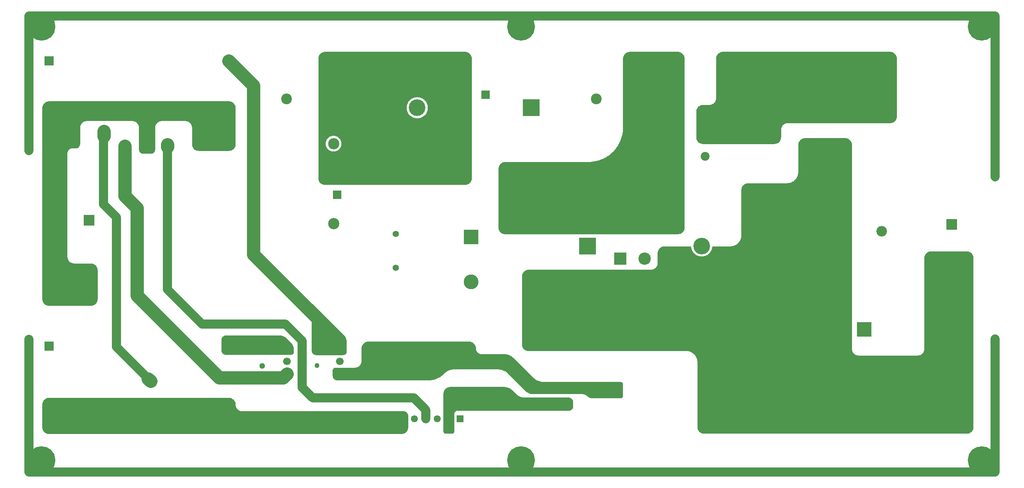
<source format=gbl>
G04*
G04 #@! TF.GenerationSoftware,Altium Limited,Altium Designer,19.1.5 (86)*
G04*
G04 Layer_Physical_Order=2*
G04 Layer_Color=16711680*
%FSLAX25Y25*%
%MOIN*%
G70*
G01*
G75*
%ADD43C,0.10827*%
%ADD44R,0.10827X0.10827*%
%ADD45C,0.14567*%
%ADD46R,0.14567X0.14567*%
%ADD58C,0.03937*%
%ADD59C,0.11811*%
%ADD61C,0.07874*%
%ADD64C,0.12992*%
%ADD65R,0.12992X0.12992*%
%ADD66C,0.06102*%
%ADD67R,0.06102X0.06102*%
%ADD68C,0.09449*%
%ADD69R,0.09449X0.09449*%
%ADD70C,0.07874*%
%ADD71R,0.07874X0.07874*%
%ADD72C,0.19685*%
%ADD73C,0.06693*%
%ADD74R,0.06693X0.06693*%
%ADD75R,0.12992X0.12992*%
%ADD76C,0.05118*%
%ADD77C,0.07795*%
%ADD78R,0.07795X0.07795*%
%ADD79R,0.07795X0.07795*%
%ADD80C,0.09843*%
%ADD81C,0.09252*%
%ADD82C,0.05512*%
%ADD83C,0.04331*%
%ADD84C,0.04724*%
%ADD85C,0.05787*%
%ADD86C,0.19685*%
G36*
X390000Y375984D02*
X390232Y375984D01*
X390695Y375948D01*
X391153Y375875D01*
X391604Y375767D01*
X392045Y375623D01*
X392474Y375446D01*
X392888Y375235D01*
X393283Y374993D01*
X393659Y374720D01*
X394012Y374419D01*
X394340Y374091D01*
X394641Y373738D01*
X394914Y373362D01*
X395157Y372967D01*
X395367Y372553D01*
X395545Y372124D01*
X395688Y371683D01*
X395796Y371232D01*
X395869Y370773D01*
X395905Y370311D01*
X395905Y370079D01*
X395905Y265354D01*
X395905Y265354D01*
X395905Y265122D01*
X395869Y264660D01*
X395796Y264201D01*
X395688Y263750D01*
X395545Y263309D01*
X395367Y262880D01*
X395157Y262467D01*
X394914Y262071D01*
X394641Y261695D01*
X394340Y261343D01*
X394012Y261014D01*
X393659Y260713D01*
X393283Y260440D01*
X392888Y260198D01*
X392474Y259987D01*
X392046Y259809D01*
X391604Y259666D01*
X391153Y259558D01*
X390695Y259485D01*
X390232Y259449D01*
X390000Y259449D01*
X267323Y259449D01*
X267091Y259449D01*
X266628Y259485D01*
X266170Y259558D01*
X265719Y259666D01*
X265277Y259809D01*
X264848Y259987D01*
X264435Y260198D01*
X264039Y260440D01*
X263664Y260713D01*
X263311Y261014D01*
X262983Y261343D01*
X262682Y261695D01*
X262409Y262071D01*
X262166Y262467D01*
X261956Y262880D01*
X261778Y263309D01*
X261635Y263750D01*
X261526Y264201D01*
X261454Y264660D01*
X261417Y265122D01*
X261417Y265354D01*
X261417Y370079D01*
X261417Y370079D01*
X261438Y370570D01*
X261454Y370773D01*
X261526Y371232D01*
X261634Y371683D01*
X261778Y372124D01*
X261955Y372553D01*
X262166Y372967D01*
X262409Y373362D01*
X262681Y373738D01*
X262983Y374091D01*
X263311Y374419D01*
X263664Y374720D01*
X264039Y374993D01*
X264435Y375235D01*
X264848Y375446D01*
X265277Y375623D01*
X265719Y375767D01*
X266170Y375875D01*
X266628Y375948D01*
X267091Y375984D01*
X267323Y375984D01*
X390000Y375984D01*
Y375984D01*
D02*
G37*
G36*
X615748Y375985D02*
X762283Y375984D01*
X762283Y375984D01*
X762283Y375984D01*
X762515Y375984D01*
X762978Y375948D01*
X763436Y375875D01*
X763888Y375767D01*
X764329Y375624D01*
X764758Y375446D01*
X765171Y375235D01*
X765567Y374993D01*
X765942Y374720D01*
X766295Y374419D01*
X766623Y374091D01*
X766925Y373738D01*
X767198Y373362D01*
X767440Y372967D01*
X767651Y372553D01*
X767828Y372124D01*
X767972Y371683D01*
X768080Y371232D01*
X768153Y370773D01*
X768189Y370311D01*
X768189Y370079D01*
X768189Y319409D01*
X768189Y319409D01*
Y319177D01*
X768153Y318715D01*
X768080Y318256D01*
X767972Y317805D01*
X767828Y317364D01*
X767651Y316935D01*
X767440Y316522D01*
X767197Y316126D01*
X766925Y315751D01*
X766623Y315398D01*
X766295Y315070D01*
X765942Y314768D01*
X765567Y314495D01*
X765171Y314253D01*
X764758Y314042D01*
X764329Y313865D01*
X763888Y313721D01*
X763437Y313613D01*
X762978Y313540D01*
X762515Y313504D01*
X672677D01*
X672677Y313504D01*
X672445Y313499D01*
X671982Y313463D01*
X671524Y313390D01*
X671072Y313282D01*
X670631Y313139D01*
X670201Y312961D01*
X669788Y312750D01*
X669392Y312507D01*
X669016Y312234D01*
X668663Y311933D01*
X668335Y311605D01*
X668033Y311251D01*
X667761Y310876D01*
X667518Y310480D01*
X667307Y310066D01*
X667129Y309637D01*
X666986Y309196D01*
X666878Y308744D01*
X666805Y308286D01*
X666768Y307823D01*
X666764Y307591D01*
X666764Y301173D01*
X666764Y301173D01*
X666764Y300940D01*
X666727Y300475D01*
X666654Y300014D01*
X666545Y299560D01*
X666401Y299117D01*
X666223Y298686D01*
X666011Y298270D01*
X665767Y297872D01*
X665493Y297495D01*
X665190Y297140D01*
X664860Y296810D01*
X664505Y296507D01*
X664128Y296233D01*
X663730Y295989D01*
X663314Y295777D01*
X662883Y295599D01*
X662440Y295455D01*
X661986Y295346D01*
X661525Y295273D01*
X661060Y295236D01*
X660827D01*
X598386Y295236D01*
X598154Y295236D01*
X597691Y295273D01*
X597233Y295345D01*
X596782Y295454D01*
X596340Y295597D01*
X595912Y295775D01*
X595498Y295985D01*
X595102Y296228D01*
X594727Y296500D01*
X594374Y296802D01*
X594046Y297130D01*
X593745Y297483D01*
X593472Y297858D01*
X593229Y298254D01*
X593019Y298667D01*
X592841Y299096D01*
X592698Y299537D01*
X592589Y299989D01*
X592517Y300447D01*
X592480Y300910D01*
X592480Y323575D01*
X592480Y323622D01*
X592480Y323622D01*
X592480Y323622D01*
X592480Y323854D01*
X592517Y324317D01*
X592589Y324775D01*
X592697Y325226D01*
X592841Y325668D01*
X593018Y326096D01*
X593229Y326510D01*
X593472Y326905D01*
X593744Y327281D01*
X594046Y327634D01*
X594374Y327962D01*
X594727Y328263D01*
X595102Y328536D01*
X595498Y328779D01*
X595911Y328989D01*
X596340Y329167D01*
X596781Y329310D01*
X597233Y329419D01*
X597691Y329491D01*
X598154Y329527D01*
X598386Y329527D01*
X603937D01*
X604169Y329532D01*
X604631Y329568D01*
X605089Y329641D01*
X605540Y329749D01*
X605981Y329892D01*
X606409Y330070D01*
X606823Y330280D01*
X607218Y330523D01*
X607593Y330795D01*
X607946Y331096D01*
X608274Y331424D01*
X608575Y331777D01*
X608847Y332152D01*
X609090Y332547D01*
X609300Y332961D01*
X609478Y333389D01*
X609621Y333830D01*
X609729Y334281D01*
X609802Y334739D01*
X609838Y335201D01*
X609842Y335433D01*
X609842Y370031D01*
X609842Y370079D01*
X609842Y370079D01*
X609842Y370079D01*
X609842Y370311D01*
X609879Y370773D01*
X609951Y371232D01*
X610060Y371683D01*
X610203Y372124D01*
X610381Y372553D01*
X610591Y372967D01*
X610834Y373362D01*
X611107Y373738D01*
X611408Y374091D01*
X611736Y374419D01*
X612089Y374720D01*
X612465Y374993D01*
X612860Y375236D01*
X613274Y375446D01*
X613703Y375624D01*
X614144Y375767D01*
X614595Y375876D01*
X615054Y375948D01*
X615516Y375985D01*
X615748Y375985D01*
D02*
G37*
G36*
X722953Y300354D02*
X722953Y300354D01*
X723185Y300354D01*
X723647Y300318D01*
X724106Y300245D01*
X724557Y300137D01*
X724998Y299994D01*
X725427Y299816D01*
X725841Y299605D01*
X726236Y299363D01*
X726612Y299090D01*
X726965Y298789D01*
X727293Y298461D01*
X727594Y298108D01*
X727867Y297732D01*
X728109Y297337D01*
X728320Y296923D01*
X728498Y296494D01*
X728641Y296053D01*
X728749Y295602D01*
X728822Y295144D01*
X728858Y294681D01*
X728858Y294449D01*
X728858Y115787D01*
X728863Y115556D01*
X728899Y115093D01*
X728972Y114635D01*
X729080Y114184D01*
X729223Y113743D01*
X729401Y113315D01*
X729611Y112902D01*
X729853Y112506D01*
X730126Y112131D01*
X730427Y111779D01*
X730755Y111451D01*
X731108Y111150D01*
X731483Y110877D01*
X731878Y110635D01*
X732291Y110424D01*
X732720Y110247D01*
X733161Y110104D01*
X733612Y109995D01*
X734070Y109923D01*
X734532Y109886D01*
X734764Y109882D01*
X786331Y109882D01*
X786378Y109882D01*
X786378Y109882D01*
X786378Y109882D01*
X786610Y109886D01*
X787072Y109923D01*
X787530Y109995D01*
X787981Y110104D01*
X788422Y110247D01*
X788850Y110424D01*
X789263Y110635D01*
X789659Y110877D01*
X790034Y111150D01*
X790387Y111451D01*
X790715Y111779D01*
X791016Y112131D01*
X791288Y112506D01*
X791531Y112902D01*
X791741Y113315D01*
X791918Y113743D01*
X792062Y114184D01*
X792170Y114635D01*
X792242Y115093D01*
X792279Y115556D01*
X792283Y115787D01*
X792283Y195275D01*
X792283Y195275D01*
X792283Y195275D01*
X792283Y195508D01*
X792320Y195970D01*
X792392Y196429D01*
X792501Y196880D01*
X792644Y197321D01*
X792822Y197750D01*
X793032Y198163D01*
X793275Y198559D01*
X793548Y198934D01*
X793849Y199287D01*
X794177Y199616D01*
X794530Y199917D01*
X794905Y200190D01*
X795301Y200432D01*
X795715Y200643D01*
X796143Y200820D01*
X796585Y200964D01*
X797036Y201072D01*
X797494Y201145D01*
X797957Y201181D01*
X798189Y201181D01*
X829449Y201181D01*
X829449Y201181D01*
X829449Y201181D01*
X829681Y201181D01*
X830143Y201145D01*
X830602Y201072D01*
X831053Y200964D01*
X831494Y200820D01*
X831923Y200643D01*
X832337Y200432D01*
X832732Y200190D01*
X833108Y199917D01*
X833461Y199616D01*
X833789Y199287D01*
X834090Y198934D01*
X834363Y198559D01*
X834605Y198163D01*
X834816Y197750D01*
X834993Y197321D01*
X835137Y196880D01*
X835245Y196429D01*
X835318Y195970D01*
X835354Y195508D01*
X835354Y195276D01*
X835353Y47243D01*
X835353Y47243D01*
X835353Y47011D01*
X835317Y46548D01*
X835244Y46090D01*
X835136Y45639D01*
X834992Y45198D01*
X834815Y44769D01*
X834604Y44356D01*
X834362Y43960D01*
X834089Y43585D01*
X833788Y43232D01*
X833460Y42904D01*
X833107Y42603D01*
X832732Y42330D01*
X832336Y42087D01*
X831923Y41877D01*
X831494Y41699D01*
X831053Y41556D01*
X830602Y41447D01*
X830143Y41375D01*
X829681Y41339D01*
X829449Y41339D01*
X599409Y41339D01*
X599177D01*
X598714Y41375D01*
X598256Y41448D01*
X597805Y41556D01*
X597364Y41699D01*
X596935Y41877D01*
X596521Y42088D01*
X596126Y42330D01*
X595750Y42603D01*
X595397Y42904D01*
X595069Y43232D01*
X594768Y43585D01*
X594495Y43961D01*
X594253Y44356D01*
X594042Y44770D01*
X593864Y45199D01*
X593721Y45640D01*
X593613Y46091D01*
X593540Y46549D01*
X593504Y47012D01*
X593504Y47244D01*
X593504Y103937D01*
X593504D01*
X593504Y103937D01*
X593500Y104213D01*
X593469Y104764D01*
X593407Y105313D01*
X593315Y105857D01*
X593192Y106395D01*
X593039Y106926D01*
X592857Y107447D01*
X592646Y107957D01*
X592406Y108455D01*
X592139Y108938D01*
X591845Y109405D01*
X591526Y109856D01*
X591182Y110287D01*
X590814Y110699D01*
X590423Y111089D01*
X590012Y111457D01*
X589580Y111801D01*
X589130Y112121D01*
X588662Y112415D01*
X588179Y112682D01*
X587682Y112921D01*
X587172Y113133D01*
X586650Y113315D01*
X586120Y113468D01*
X585582Y113591D01*
X585037Y113683D01*
X584489Y113745D01*
X583938Y113776D01*
X583661Y113779D01*
X445709Y113779D01*
X445477Y113779D01*
X445014Y113816D01*
X444556Y113888D01*
X444104Y113997D01*
X443663Y114140D01*
X443234Y114318D01*
X442821Y114528D01*
X442425Y114771D01*
X442050Y115044D01*
X441697Y115345D01*
X441369Y115673D01*
X441067Y116026D01*
X440794Y116402D01*
X440552Y116797D01*
X440341Y117211D01*
X440164Y117640D01*
X440020Y118081D01*
X439912Y118532D01*
X439839Y118991D01*
X439803Y119453D01*
X439803Y119685D01*
X439803Y179087D01*
X439803Y179134D01*
X439803Y179134D01*
X439803Y179134D01*
X439803Y179134D01*
X439803Y179366D01*
X439840Y179829D01*
X439912Y180287D01*
X440020Y180738D01*
X440164Y181179D01*
X440341Y181608D01*
X440552Y182022D01*
X440794Y182417D01*
X441067Y182793D01*
X441368Y183146D01*
X441697Y183474D01*
X442050Y183775D01*
X442425Y184048D01*
X442821Y184291D01*
X443234Y184501D01*
X443663Y184679D01*
X444104Y184822D01*
X444556Y184930D01*
X445014Y185003D01*
X445476Y185039D01*
X445709Y185039D01*
X552709Y185039D01*
X552756Y185039D01*
X552756Y185039D01*
X552756Y185039D01*
X552988Y185044D01*
X553450Y185080D01*
X553908Y185153D01*
X554359Y185261D01*
X554800Y185404D01*
X555228Y185582D01*
X555642Y185792D01*
X556037Y186035D01*
X556412Y186307D01*
X556765Y186608D01*
X557093Y186936D01*
X557394Y187289D01*
X557666Y187664D01*
X557909Y188059D01*
X558119Y188472D01*
X558297Y188901D01*
X558440Y189342D01*
X558548Y189793D01*
X558621Y190251D01*
X558657Y190713D01*
X558661Y190945D01*
X558661Y199559D01*
X558661Y199606D01*
X558662Y199606D01*
X558661Y199606D01*
X558661Y199606D01*
X558661Y199838D01*
X558698Y200301D01*
X558770Y200759D01*
X558879Y201211D01*
X559022Y201652D01*
X559200Y202081D01*
X559410Y202494D01*
X559653Y202890D01*
X559926Y203265D01*
X560227Y203618D01*
X560555Y203946D01*
X560908Y204248D01*
X561283Y204521D01*
X561679Y204763D01*
X562092Y204974D01*
X562521Y205151D01*
X562963Y205295D01*
X563414Y205403D01*
X563872Y205475D01*
X564335Y205512D01*
X564567Y205512D01*
X588000Y205512D01*
X588007Y205300D01*
X588066Y204697D01*
X588165Y204100D01*
X588303Y203510D01*
X588478Y202930D01*
X588692Y202363D01*
X588942Y201811D01*
X589227Y201277D01*
X589547Y200763D01*
X589900Y200270D01*
X590284Y199802D01*
X590698Y199360D01*
X591141Y198946D01*
X591609Y198562D01*
X592101Y198209D01*
X592616Y197889D01*
X593150Y197603D01*
X593702Y197353D01*
X594269Y197140D01*
X594848Y196964D01*
X595438Y196827D01*
X596036Y196728D01*
X596639Y196668D01*
X597244Y196649D01*
X597850Y196668D01*
X598452Y196728D01*
X599050Y196827D01*
X599640Y196964D01*
X600220Y197140D01*
X600787Y197353D01*
X601338Y197603D01*
X601872Y197889D01*
X602387Y198209D01*
X602879Y198562D01*
X603348Y198946D01*
X603790Y199360D01*
X604204Y199802D01*
X604588Y200270D01*
X604941Y200763D01*
X605261Y201277D01*
X605546Y201811D01*
X605796Y202363D01*
X606010Y202930D01*
X606186Y203510D01*
X606323Y204100D01*
X606422Y204697D01*
X606481Y205300D01*
X606488Y205512D01*
X622079Y205512D01*
X622126Y205512D01*
X622126Y205512D01*
X622126Y205512D01*
X622402Y205516D01*
X622953Y205547D01*
X623502Y205608D01*
X624046Y205701D01*
X624584Y205824D01*
X625115Y205977D01*
X625636Y206159D01*
X626146Y206370D01*
X626644Y206610D01*
X627127Y206877D01*
X627594Y207170D01*
X628045Y207490D01*
X628476Y207834D01*
X628888Y208202D01*
X629278Y208592D01*
X629646Y209004D01*
X629990Y209436D01*
X630310Y209886D01*
X630604Y210353D01*
X630871Y210837D01*
X631110Y211334D01*
X631321Y211844D01*
X631504Y212365D01*
X631657Y212896D01*
X631779Y213434D01*
X631872Y213978D01*
X631934Y214527D01*
X631965Y215078D01*
X631968Y215354D01*
X631968Y254914D01*
X631968Y254961D01*
X631968Y254961D01*
X631968Y254961D01*
X631968Y255194D01*
X632005Y255660D01*
X632078Y256122D01*
X632187Y256576D01*
X632332Y257020D01*
X632510Y257452D01*
X632722Y257868D01*
X632967Y258267D01*
X633241Y258645D01*
X633545Y259000D01*
X633875Y259330D01*
X634230Y259634D01*
X634608Y259908D01*
X635007Y260153D01*
X635423Y260365D01*
X635855Y260543D01*
X636299Y260688D01*
X636753Y260797D01*
X637215Y260870D01*
X637681Y260906D01*
X637914Y260906D01*
X671968Y260905D01*
X672244Y260909D01*
X672795Y260940D01*
X673344Y261002D01*
X673888Y261094D01*
X674427Y261217D01*
X674957Y261370D01*
X675478Y261552D01*
X675988Y261764D01*
X676486Y262003D01*
X676969Y262270D01*
X677436Y262564D01*
X677887Y262883D01*
X678319Y263228D01*
X678730Y263595D01*
X679121Y263986D01*
X679489Y264397D01*
X679833Y264829D01*
X680152Y265279D01*
X680446Y265747D01*
X680713Y266230D01*
X680953Y266727D01*
X681164Y267238D01*
X681346Y267759D01*
X681499Y268289D01*
X681622Y268828D01*
X681714Y269372D01*
X681776Y269920D01*
X681807Y270472D01*
X681811Y270748D01*
X681811Y294323D01*
X681811Y294370D01*
X681811Y294370D01*
X681811Y294370D01*
X681811Y294605D01*
X681848Y295074D01*
X681921Y295538D01*
X682031Y295996D01*
X682176Y296443D01*
X682356Y296877D01*
X682570Y297296D01*
X682816Y297697D01*
X683092Y298078D01*
X683397Y298435D01*
X683730Y298768D01*
X684088Y299073D01*
X684468Y299350D01*
X684869Y299595D01*
X685288Y299809D01*
X685722Y299989D01*
X686170Y300134D01*
X686627Y300244D01*
X687091Y300318D01*
X687560Y300354D01*
X687795Y300354D01*
X722953Y300354D01*
X722953Y300354D01*
D02*
G37*
G36*
X25591Y332677D02*
X183071Y332677D01*
X183071Y332677D01*
X183071Y332677D01*
X183303Y332677D01*
X183765Y332641D01*
X184224Y332568D01*
X184675Y332460D01*
X185116Y332316D01*
X185545Y332139D01*
X185959Y331928D01*
X186354Y331686D01*
X186730Y331413D01*
X187083Y331112D01*
X187411Y330784D01*
X187712Y330431D01*
X187985Y330055D01*
X188227Y329660D01*
X188438Y329246D01*
X188616Y328817D01*
X188759Y328376D01*
X188867Y327925D01*
X188940Y327466D01*
X188976Y327004D01*
X188976Y326772D01*
X188976Y295118D01*
X188976Y295118D01*
X188976Y294886D01*
X188940Y294423D01*
X188867Y293965D01*
X188759Y293514D01*
X188615Y293072D01*
X188438Y292644D01*
X188227Y292230D01*
X187985Y291834D01*
X187712Y291459D01*
X187411Y291106D01*
X187083Y290778D01*
X186730Y290477D01*
X186354Y290204D01*
X185959Y289962D01*
X185545Y289751D01*
X185116Y289573D01*
X184675Y289430D01*
X184224Y289322D01*
X183765Y289249D01*
X183303Y289213D01*
X183071Y289213D01*
X156654Y289213D01*
X156423Y289213D01*
X155963Y289249D01*
X155508Y289321D01*
X155060Y289428D01*
X154621Y289571D01*
X154196Y289747D01*
X153785Y289957D01*
X153392Y290197D01*
X153019Y290468D01*
X152668Y290768D01*
X152342Y291094D01*
X152043Y291444D01*
X151772Y291817D01*
X151531Y292210D01*
X151322Y292621D01*
X151146Y293047D01*
X151003Y293485D01*
X150896Y293933D01*
X150823Y294389D01*
X150787Y294848D01*
X150787Y295079D01*
X150787Y309409D01*
X150787Y309409D01*
X150787Y309410D01*
X150783Y309643D01*
X150746Y310108D01*
X150673Y310569D01*
X150564Y311023D01*
X150420Y311467D01*
X150241Y311898D01*
X150029Y312314D01*
X149785Y312712D01*
X149511Y313090D01*
X149208Y313445D01*
X148878Y313775D01*
X148523Y314078D01*
X148145Y314352D01*
X147747Y314596D01*
X147331Y314808D01*
X146900Y314987D01*
X146456Y315131D01*
X146002Y315240D01*
X145541Y315313D01*
X145076Y315350D01*
X144843Y315354D01*
X124409D01*
X124409Y315354D01*
X124177Y315349D01*
X123715Y315313D01*
X123257Y315241D01*
X122806Y315132D01*
X122365Y314989D01*
X121937Y314811D01*
X121524Y314601D01*
X121128Y314359D01*
X120753Y314086D01*
X120401Y313785D01*
X120073Y313457D01*
X119772Y313105D01*
X119499Y312730D01*
X119257Y312334D01*
X119046Y311921D01*
X118869Y311493D01*
X118726Y311052D01*
X118617Y310601D01*
X118545Y310143D01*
X118509Y309681D01*
X118504Y309449D01*
Y290551D01*
X118504Y290551D01*
Y290358D01*
X118466Y289973D01*
X118390Y289593D01*
X118278Y289223D01*
X118130Y288866D01*
X117948Y288525D01*
X117733Y288203D01*
X117487Y287904D01*
X117214Y287631D01*
X116915Y287385D01*
X116593Y287170D01*
X116252Y286988D01*
X115895Y286840D01*
X115525Y286727D01*
X115145Y286652D01*
X114760Y286614D01*
X108268Y286614D01*
X108074Y286614D01*
X107689Y286652D01*
X107310Y286728D01*
X106940Y286840D01*
X106582Y286988D01*
X106241Y287170D01*
X105920Y287385D01*
X105621Y287631D01*
X105347Y287904D01*
X105102Y288203D01*
X104887Y288525D01*
X104704Y288866D01*
X104556Y289223D01*
X104444Y289593D01*
X104369Y289973D01*
X104331Y290358D01*
Y309449D01*
X104331Y309449D01*
X104331Y309449D01*
X104326Y309681D01*
X104290Y310143D01*
X104217Y310601D01*
X104109Y311052D01*
X103966Y311493D01*
X103788Y311921D01*
X103578Y312334D01*
X103335Y312730D01*
X103063Y313105D01*
X102762Y313457D01*
X102434Y313785D01*
X102081Y314087D01*
X101706Y314359D01*
X101311Y314601D01*
X100898Y314812D01*
X100469Y314989D01*
X100028Y315133D01*
X99577Y315241D01*
X99119Y315313D01*
X98657Y315350D01*
X98425Y315354D01*
X58701Y315354D01*
X58701Y315354D01*
X58467Y315350D01*
X58002Y315313D01*
X57541Y315240D01*
X57087Y315131D01*
X56643Y314987D01*
X56212Y314808D01*
X55796Y314596D01*
X55398Y314352D01*
X55020Y314078D01*
X54665Y313775D01*
X54335Y313445D01*
X54032Y313090D01*
X53758Y312712D01*
X53514Y312314D01*
X53302Y311898D01*
X53123Y311467D01*
X52979Y311023D01*
X52870Y310569D01*
X52797Y310108D01*
X52760Y309643D01*
X52756Y309409D01*
Y295354D01*
X52756Y295354D01*
X52756Y295157D01*
X52717Y294764D01*
X52640Y294377D01*
X52526Y294000D01*
X52375Y293635D01*
X52189Y293287D01*
X51969Y292959D01*
X51719Y292654D01*
X51440Y292375D01*
X51135Y292125D01*
X50807Y291906D01*
X50459Y291720D01*
X50095Y291569D01*
X49717Y291454D01*
X49330Y291377D01*
X48937Y291339D01*
X48740Y291339D01*
X45669Y291339D01*
X45669Y291339D01*
X45476Y291334D01*
X45092Y291296D01*
X44713Y291221D01*
X44343Y291108D01*
X43986Y290961D01*
X43645Y290778D01*
X43324Y290564D01*
X43025Y290319D01*
X42752Y290045D01*
X42507Y289747D01*
X42292Y289426D01*
X42110Y289085D01*
X41962Y288728D01*
X41850Y288358D01*
X41775Y287979D01*
X41737Y287595D01*
X41732Y287402D01*
Y196457D01*
X41737Y196225D01*
X41773Y195763D01*
X41846Y195305D01*
X41954Y194854D01*
X42097Y194413D01*
X42275Y193984D01*
X42485Y193571D01*
X42728Y193176D01*
X43000Y192801D01*
X43301Y192448D01*
X43629Y192120D01*
X43982Y191819D01*
X44357Y191546D01*
X44752Y191304D01*
X45165Y191094D01*
X45594Y190916D01*
X46035Y190773D01*
X46486Y190665D01*
X46944Y190592D01*
X47406Y190556D01*
X47638Y190551D01*
X62165Y190551D01*
X62165Y190551D01*
X62165Y190551D01*
X62399Y190551D01*
X62865Y190515D01*
X63326Y190441D01*
X63780Y190332D01*
X64224Y190188D01*
X64656Y190009D01*
X65072Y189797D01*
X65471Y189553D01*
X65849Y189278D01*
X66204Y188975D01*
X66534Y188645D01*
X66838Y188290D01*
X67112Y187912D01*
X67356Y187513D01*
X67568Y187097D01*
X67747Y186665D01*
X67891Y186221D01*
X68001Y185767D01*
X68073Y185306D01*
X68110Y184840D01*
X68110Y184606D01*
X68110Y159449D01*
X68110Y159449D01*
X68110Y159214D01*
X68073Y158745D01*
X68000Y158280D01*
X67890Y157823D01*
X67745Y157376D01*
X67565Y156941D01*
X67351Y156523D01*
X67106Y156122D01*
X66829Y155741D01*
X66524Y155384D01*
X66191Y155051D01*
X65834Y154746D01*
X65453Y154469D01*
X65052Y154224D01*
X64633Y154010D01*
X64199Y153830D01*
X63752Y153685D01*
X63294Y153575D01*
X62830Y153501D01*
X62361Y153464D01*
X25591D01*
X25358Y153464D01*
X24896Y153501D01*
X24438Y153574D01*
X23986Y153682D01*
X23545Y153825D01*
X23116Y154003D01*
X22703Y154214D01*
X22307Y154456D01*
X21932Y154729D01*
X21579Y155030D01*
X21251Y155358D01*
X20949Y155711D01*
X20676Y156087D01*
X20434Y156482D01*
X20223Y156896D01*
X20046Y157325D01*
X19902Y157766D01*
X19794Y158217D01*
X19721Y158675D01*
X19685Y159138D01*
X19685Y159370D01*
X19685Y326725D01*
X19685Y326771D01*
X19685Y326771D01*
Y326772D01*
X19685Y326772D01*
X19685Y327004D01*
X19721Y327466D01*
X19794Y327925D01*
X19902Y328376D01*
X20046Y328817D01*
X20223Y329246D01*
X20434Y329660D01*
X20676Y330055D01*
X20949Y330431D01*
X21250Y330784D01*
X21579Y331112D01*
X21931Y331413D01*
X22307Y331686D01*
X22703Y331928D01*
X23116Y332139D01*
X23545Y332317D01*
X23986Y332460D01*
X24438Y332568D01*
X24896Y332641D01*
X25359Y332677D01*
X25591Y332677D01*
D02*
G37*
G36*
X577073Y375948D02*
X577531Y375875D01*
X577982Y375767D01*
X578424Y375623D01*
X578852Y375446D01*
X579266Y375235D01*
X579661Y374993D01*
X580037Y374720D01*
X580390Y374419D01*
X580718Y374090D01*
X581019Y373738D01*
X581292Y373362D01*
X581534Y372966D01*
X581745Y372553D01*
X581923Y372124D01*
X582066Y371683D01*
X582174Y371232D01*
X582247Y370773D01*
X582283Y370311D01*
X582283Y370079D01*
X582283Y370079D01*
X582283Y370078D01*
X582283Y222047D01*
X582283Y221815D01*
X582247Y221353D01*
X582174Y220894D01*
X582066Y220443D01*
X581923Y220002D01*
X581745Y219573D01*
X581534Y219159D01*
X581292Y218764D01*
X581019Y218388D01*
X580718Y218035D01*
X580390Y217707D01*
X580037Y217406D01*
X579661Y217133D01*
X579266Y216891D01*
X578852Y216680D01*
X578424Y216502D01*
X577982Y216359D01*
X577531Y216251D01*
X577073Y216178D01*
X576610Y216142D01*
X576378Y216142D01*
X576378Y216142D01*
X576378Y216142D01*
X425197Y216142D01*
X424965Y216142D01*
X424502Y216178D01*
X424044Y216251D01*
X423593Y216359D01*
X423151Y216502D01*
X422722Y216680D01*
X422309Y216891D01*
X421913Y217133D01*
X421538Y217406D01*
X421185Y217707D01*
X420857Y218035D01*
X420555Y218388D01*
X420283Y218764D01*
X420040Y219159D01*
X419830Y219573D01*
X419652Y220002D01*
X419509Y220443D01*
X419400Y220894D01*
X419328Y221353D01*
X419291Y221815D01*
X419291Y222047D01*
X419291Y273622D01*
Y273854D01*
X419328Y274317D01*
X419400Y274775D01*
X419509Y275226D01*
X419652Y275668D01*
X419830Y276096D01*
X420040Y276510D01*
X420283Y276905D01*
X420556Y277281D01*
X420857Y277634D01*
X421185Y277962D01*
X421538Y278263D01*
X421913Y278536D01*
X422309Y278779D01*
X422722Y278989D01*
X423151Y279167D01*
X423593Y279310D01*
X424044Y279418D01*
X424502Y279491D01*
X424965Y279528D01*
X425197D01*
X425197Y279528D01*
X498149Y279527D01*
X498689Y279532D01*
X499766Y279571D01*
X500841Y279648D01*
X501913Y279763D01*
X502980Y279916D01*
X504041Y280108D01*
X505094Y280337D01*
X506139Y280604D01*
X507173Y280907D01*
X508196Y281248D01*
X509206Y281624D01*
X510202Y282037D01*
X511182Y282485D01*
X512146Y282967D01*
X513092Y283484D01*
X514019Y284034D01*
X514926Y284617D01*
X515811Y285231D01*
X516675Y285877D01*
X517514Y286554D01*
X518329Y287260D01*
X519117Y287994D01*
X519880Y288756D01*
X520614Y289545D01*
X521320Y290360D01*
X521997Y291199D01*
X522643Y292062D01*
X523257Y292948D01*
X523840Y293855D01*
X524390Y294782D01*
X524907Y295728D01*
X525389Y296692D01*
X525837Y297672D01*
X526250Y298668D01*
X526626Y299678D01*
X526967Y300701D01*
X527271Y301735D01*
X527537Y302780D01*
X527766Y303833D01*
X527958Y304894D01*
X528111Y305961D01*
X528226Y307033D01*
X528303Y308108D01*
X528342Y309185D01*
X528346Y309724D01*
X528346Y309724D01*
X528346Y370079D01*
X528346Y370311D01*
X528383Y370773D01*
X528455Y371232D01*
X528564Y371683D01*
X528707Y372124D01*
X528885Y372553D01*
X529095Y372966D01*
X529338Y373362D01*
X529611Y373737D01*
X529912Y374090D01*
X530240Y374418D01*
X530593Y374720D01*
X530968Y374992D01*
X531364Y375235D01*
X531777Y375446D01*
X532206Y375623D01*
X532648Y375767D01*
X533099Y375875D01*
X533557Y375948D01*
X534020Y375984D01*
X534252Y375984D01*
X534252Y375984D01*
X576378Y375984D01*
X576610Y375984D01*
X577073Y375948D01*
D02*
G37*
G36*
X227480Y127534D02*
X227994Y127483D01*
X228505Y127407D01*
X229011Y127306D01*
X229512Y127181D01*
X230007Y127031D01*
X230493Y126857D01*
X230970Y126660D01*
X231437Y126439D01*
X231892Y126195D01*
X232335Y125930D01*
X232765Y125643D01*
X233179Y125335D01*
X233579Y125007D01*
X233800Y124807D01*
X234140Y124482D01*
X234144Y124478D01*
X234144Y124478D01*
X234144Y124478D01*
X237582Y121040D01*
X237764Y120858D01*
X238103Y120471D01*
X238416Y120064D01*
X238702Y119636D01*
X238959Y119191D01*
X239186Y118730D01*
X239383Y118255D01*
X239548Y117768D01*
X239681Y117272D01*
X239781Y116768D01*
X239848Y116258D01*
X239868Y115950D01*
X239882Y115491D01*
Y115488D01*
X239882Y115488D01*
X239882Y115488D01*
X239882Y112521D01*
X239882Y112392D01*
X239848Y112137D01*
X239782Y111888D01*
X239683Y111651D01*
X239555Y111428D01*
X239398Y111223D01*
X239216Y111041D01*
X239012Y110885D01*
X238789Y110756D01*
X238552Y110657D01*
X238395Y110615D01*
X237919Y110557D01*
X237919Y110557D01*
X180583Y110520D01*
X180388Y110520D01*
X180000Y110558D01*
X179618Y110634D01*
X179245Y110747D01*
X178884Y110896D01*
X178540Y111080D01*
X178216Y111296D01*
X177915Y111543D01*
X177639Y111819D01*
X177392Y112120D01*
X177175Y112444D01*
X176991Y112788D01*
X176842Y113148D01*
X176728Y113522D01*
X176652Y113904D01*
X176614Y114292D01*
X176614Y114487D01*
X176614Y123622D01*
X176614Y123816D01*
X176652Y124200D01*
X176727Y124580D01*
X176840Y124950D01*
X176988Y125307D01*
X177170Y125648D01*
X177385Y125970D01*
X177630Y126269D01*
X177904Y126543D01*
X178203Y126788D01*
X178525Y127003D01*
X178866Y127185D01*
X179223Y127333D01*
X179593Y127445D01*
X179973Y127521D01*
X180358Y127559D01*
X180551Y127559D01*
X180551Y127559D01*
X226706Y127559D01*
X226964Y127559D01*
X227480Y127534D01*
D02*
G37*
G36*
X394277Y122011D02*
X394736Y121938D01*
X395187Y121830D01*
X395628Y121687D01*
X396057Y121509D01*
X396470Y121298D01*
X396866Y121056D01*
X397242Y120783D01*
X397594Y120482D01*
X397923Y120154D01*
X398224Y119801D01*
X398497Y119425D01*
X398739Y119030D01*
X398950Y118616D01*
X399128Y118187D01*
X399271Y117746D01*
X399379Y117295D01*
X399452Y116836D01*
X399488Y116374D01*
Y116142D01*
X399492Y115941D01*
X399524Y115540D01*
X399587Y115143D01*
X399680Y114752D01*
X399804Y114370D01*
X399958Y113999D01*
X400141Y113641D01*
X400351Y113298D01*
X400587Y112973D01*
X400848Y112668D01*
X401132Y112383D01*
X401438Y112122D01*
X401763Y111886D01*
X402105Y111676D01*
X402463Y111494D01*
X402835Y111340D01*
X403217Y111216D01*
X403608Y111122D01*
X404005Y111059D01*
X404405Y111028D01*
X404606Y111024D01*
X424341D01*
X424341Y111024D01*
X424341Y111024D01*
X424625Y111024D01*
X425192Y110996D01*
X425758Y110940D01*
X426320Y110857D01*
X426877Y110746D01*
X427428Y110608D01*
X427972Y110443D01*
X428507Y110252D01*
X429032Y110034D01*
X429545Y109791D01*
X430046Y109523D01*
X430533Y109231D01*
X431006Y108916D01*
X431462Y108577D01*
X431901Y108217D01*
X432322Y107835D01*
X432523Y107634D01*
X449271Y90886D01*
X449527Y90636D01*
X450058Y90156D01*
X450611Y89701D01*
X451186Y89275D01*
X451782Y88877D01*
X452396Y88509D01*
X453027Y88172D01*
X453674Y87866D01*
X454336Y87592D01*
X455010Y87350D01*
X455695Y87143D01*
X456389Y86969D01*
X457092Y86829D01*
X457800Y86724D01*
X458512Y86654D01*
X459227Y86619D01*
X459585Y86614D01*
X526378Y86614D01*
X526378Y86614D01*
X526378Y86614D01*
X526507Y86614D01*
X526763Y86580D01*
X527012Y86514D01*
X527250Y86415D01*
X527474Y86286D01*
X527679Y86129D01*
X527861Y85946D01*
X528018Y85742D01*
X528147Y85518D01*
X528246Y85280D01*
X528313Y85031D01*
X528346Y84775D01*
X528346Y84646D01*
X528346Y74449D01*
X528346Y74449D01*
X528346Y74317D01*
X528312Y74056D01*
X528244Y73802D01*
X528143Y73559D01*
X528012Y73331D01*
X527851Y73122D01*
X527665Y72936D01*
X527457Y72776D01*
X527228Y72644D01*
X526985Y72543D01*
X526731Y72475D01*
X526470Y72441D01*
X501148Y72441D01*
X500749Y72467D01*
X500353Y72519D01*
X499961Y72597D01*
X499575Y72701D01*
X499196Y72829D01*
X498827Y72982D01*
X498468Y73159D01*
X498122Y73359D01*
X497790Y73581D01*
X497472Y73824D01*
X497172Y74088D01*
X497031Y74229D01*
X497031Y74229D01*
X497031Y74229D01*
X497030Y74229D01*
X496890Y74366D01*
X496595Y74624D01*
X496284Y74863D01*
X495958Y75081D01*
X495618Y75277D01*
X495266Y75450D01*
X494904Y75600D01*
X494533Y75726D01*
X494154Y75828D01*
X493770Y75904D01*
X493381Y75955D01*
X492990Y75981D01*
X492794Y75984D01*
X449950Y75984D01*
X449697D01*
X449190Y76009D01*
X448685Y76059D01*
X448183Y76133D01*
X447685Y76232D01*
X447193Y76356D01*
X446707Y76503D01*
X446230Y76674D01*
X445761Y76868D01*
X445302Y77085D01*
X444854Y77324D01*
X444419Y77585D01*
X443997Y77867D01*
X443590Y78169D01*
X443197Y78491D01*
X442822Y78832D01*
X442642Y79011D01*
X427757Y93896D01*
X427757Y93896D01*
X427533Y94115D01*
X427068Y94536D01*
X426583Y94934D01*
X426080Y95307D01*
X425559Y95656D01*
X425021Y95978D01*
X424468Y96274D01*
X423901Y96542D01*
X423322Y96782D01*
X422731Y96993D01*
X422131Y97175D01*
X421523Y97327D01*
X420908Y97450D01*
X420288Y97542D01*
X419664Y97603D01*
X419038Y97634D01*
X418724Y97638D01*
X399488Y97638D01*
X379996Y97638D01*
X379996Y97638D01*
X379712Y97634D01*
X379144Y97606D01*
X378578Y97551D01*
X378015Y97467D01*
X377458Y97356D01*
X376906Y97218D01*
X376362Y97053D01*
X375826Y96861D01*
X375301Y96644D01*
X374787Y96401D01*
X374285Y96132D01*
X373797Y95840D01*
X373324Y95524D01*
X372867Y95185D01*
X372428Y94824D01*
X372007Y94442D01*
X371803Y94244D01*
X370291Y92732D01*
X369691Y92188D01*
X369065Y91675D01*
X368415Y91193D01*
X367742Y90743D01*
X367048Y90327D01*
X366334Y89945D01*
X365602Y89599D01*
X364854Y89289D01*
X364092Y89016D01*
X363317Y88781D01*
X362532Y88585D01*
X361738Y88427D01*
X360938Y88308D01*
X360132Y88229D01*
X359323Y88189D01*
X358919D01*
X277992Y88189D01*
X277797Y88189D01*
X277408Y88227D01*
X277025Y88303D01*
X276651Y88417D01*
X276290Y88566D01*
X275945Y88750D01*
X275621Y88968D01*
X275319Y89215D01*
X275042Y89492D01*
X274794Y89794D01*
X274577Y90119D01*
X274393Y90463D01*
X274244Y90824D01*
X274130Y91198D01*
X274054Y91581D01*
X274016Y91970D01*
X274016Y92165D01*
X274016Y96803D01*
X274016Y96850D01*
X274016Y96850D01*
X274016Y96850D01*
X274016Y97005D01*
X274056Y97312D01*
X274136Y97611D01*
X274255Y97897D01*
X274410Y98166D01*
X274598Y98411D01*
X274817Y98630D01*
X275063Y98819D01*
X275331Y98974D01*
X275617Y99092D01*
X275916Y99172D01*
X276223Y99213D01*
X276378Y99213D01*
X293221Y99213D01*
X293268Y99213D01*
X293268Y99213D01*
X293268Y99213D01*
X293501Y99217D01*
X293967Y99254D01*
X294427Y99327D01*
X294881Y99436D01*
X295325Y99580D01*
X295757Y99758D01*
X296173Y99970D01*
X296571Y100214D01*
X296948Y100489D01*
X297303Y100792D01*
X297633Y101122D01*
X297937Y101477D01*
X298211Y101855D01*
X298455Y102252D01*
X298667Y102668D01*
X298845Y103100D01*
X298990Y103544D01*
X299098Y103998D01*
X299171Y104459D01*
X299208Y104924D01*
X299213Y105157D01*
X299213Y116095D01*
X299213Y116142D01*
X299213Y116142D01*
X299213Y116142D01*
X299213Y116142D01*
X299213Y116374D01*
X299249Y116836D01*
X299322Y117295D01*
X299430Y117746D01*
X299573Y118187D01*
X299751Y118616D01*
X299961Y119030D01*
X300204Y119425D01*
X300477Y119801D01*
X300778Y120154D01*
X301106Y120482D01*
X301459Y120783D01*
X301835Y121056D01*
X302230Y121298D01*
X302644Y121509D01*
X303072Y121687D01*
X303514Y121830D01*
X303965Y121938D01*
X304423Y122011D01*
X304886Y122047D01*
X305118Y122047D01*
X393583Y122047D01*
X393583Y122047D01*
X393583Y122047D01*
X393815Y122047D01*
X394277Y122011D01*
D02*
G37*
G36*
X283616Y128029D02*
X283822Y127826D01*
X284205Y127393D01*
X284560Y126937D01*
X284883Y126458D01*
X285174Y125958D01*
X285432Y125441D01*
X285655Y124907D01*
X285842Y124360D01*
X285993Y123802D01*
X286106Y123236D01*
X286182Y122663D01*
X286220Y122086D01*
X286220Y121797D01*
X286220Y121797D01*
X286221Y121797D01*
X286220Y113228D01*
X286221Y113081D01*
X286192Y112789D01*
X286134Y112500D01*
X286049Y112219D01*
X285936Y111948D01*
X285798Y111688D01*
X285634Y111444D01*
X285448Y111216D01*
X285240Y111009D01*
X285013Y110822D01*
X284768Y110659D01*
X284509Y110520D01*
X284238Y110408D01*
X283956Y110322D01*
X283668Y110265D01*
X283375Y110236D01*
X283228Y110236D01*
X259643Y110236D01*
X259448Y110236D01*
X259059Y110275D01*
X258676Y110351D01*
X258302Y110464D01*
X257942Y110614D01*
X257597Y110798D01*
X257273Y111015D01*
X256971Y111263D01*
X256695Y111539D01*
X256447Y111841D01*
X256230Y112166D01*
X256047Y112511D01*
X255897Y112872D01*
X255784Y113246D01*
X255708Y113629D01*
X255670Y114018D01*
X255671Y114213D01*
X255671Y114213D01*
X255713Y155518D01*
X255760Y155537D01*
X283616Y128029D01*
D02*
G37*
G36*
X423989Y82283D02*
X423989Y82283D01*
X424271Y82283D01*
X424833Y82256D01*
X425394Y82201D01*
X425951Y82118D01*
X426503Y82008D01*
X427049Y81871D01*
X427588Y81708D01*
X428118Y81518D01*
X428639Y81303D01*
X429148Y81062D01*
X429644Y80796D01*
X430127Y80507D01*
X430595Y80194D01*
X431048Y79859D01*
X431483Y79501D01*
X431900Y79123D01*
X435169Y75855D01*
X435169Y75855D01*
Y75855D01*
X435338Y75690D01*
X435688Y75372D01*
X436054Y75072D01*
X436434Y74790D01*
X436828Y74527D01*
X437234Y74284D01*
X437651Y74061D01*
X438079Y73858D01*
X438516Y73677D01*
X438961Y73518D01*
X439414Y73381D01*
X439873Y73266D01*
X440337Y73173D01*
X440805Y73104D01*
X441276Y73058D01*
X441749Y73034D01*
X441985Y73032D01*
X480709Y73032D01*
X480709Y73031D01*
X480709Y73031D01*
X480902Y73031D01*
X481287Y72993D01*
X481666Y72918D01*
X482036Y72806D01*
X482394Y72658D01*
X482735Y72475D01*
X483057Y72260D01*
X483356Y72015D01*
X483629Y71742D01*
X483875Y71443D01*
X484090Y71121D01*
X484272Y70780D01*
X484420Y70422D01*
X484532Y70052D01*
X484608Y69673D01*
X484646Y69288D01*
X484646Y65354D01*
X484646D01*
X484646Y65161D01*
X484608Y64776D01*
X484532Y64397D01*
X484420Y64026D01*
X484272Y63669D01*
X484090Y63328D01*
X483875Y63006D01*
X483629Y62707D01*
X483356Y62434D01*
X483057Y62188D01*
X482735Y61973D01*
X482394Y61791D01*
X482037Y61643D01*
X481666Y61531D01*
X481287Y61455D01*
X480902Y61417D01*
X480709Y61417D01*
X383307Y61417D01*
X383307Y61417D01*
X383172Y61414D01*
X382903Y61387D01*
X382637Y61335D01*
X382379Y61256D01*
X382129Y61153D01*
X381890Y61025D01*
X381665Y60875D01*
X381456Y60703D01*
X381265Y60512D01*
X381093Y60303D01*
X380943Y60078D01*
X380816Y59840D01*
X380712Y59590D01*
X380640Y59350D01*
X380571D01*
Y58964D01*
X380554Y58797D01*
X380551Y58661D01*
X380551Y43307D01*
X380551D01*
X380551Y43178D01*
X380518Y42922D01*
X380451Y42673D01*
X380352Y42435D01*
X380223Y42211D01*
X380066Y42006D01*
X379883Y41824D01*
X379679Y41667D01*
X379455Y41538D01*
X379217Y41439D01*
X378967Y41372D01*
X378712Y41339D01*
X372992Y41339D01*
X372992Y41339D01*
X372863Y41339D01*
X372607Y41372D01*
X372358Y41439D01*
X372119Y41538D01*
X371896Y41667D01*
X371691Y41824D01*
X371509Y42006D01*
X371352Y42211D01*
X371223Y42435D01*
X371124Y42673D01*
X371057Y42922D01*
X371024Y43178D01*
X371024Y43307D01*
X371024Y76331D01*
X371024Y76378D01*
X371024Y76378D01*
X371024Y76378D01*
X371024Y76378D01*
X371024Y76610D01*
X371060Y77073D01*
X371133Y77531D01*
X371241Y77982D01*
X371384Y78424D01*
X371562Y78852D01*
X371773Y79266D01*
X372015Y79661D01*
X372288Y80037D01*
X372589Y80390D01*
X372917Y80718D01*
X373270Y81019D01*
X373646Y81292D01*
X374041Y81534D01*
X374455Y81745D01*
X374884Y81923D01*
X375325Y82066D01*
X375776Y82174D01*
X376235Y82247D01*
X376697Y82283D01*
X376929Y82283D01*
X423989Y82284D01*
X423989Y82283D01*
D02*
G37*
G36*
X183071Y72835D02*
X183071Y72835D01*
X183303Y72835D01*
X183765Y72798D01*
X184224Y72726D01*
X184675Y72617D01*
X185116Y72474D01*
X185545Y72296D01*
X185959Y72086D01*
X186354Y71843D01*
X186730Y71570D01*
X187083Y71269D01*
X187411Y70941D01*
X187712Y70588D01*
X187985Y70213D01*
X188227Y69817D01*
X188438Y69403D01*
X188616Y68975D01*
X188759Y68533D01*
X188867Y68082D01*
X188940Y67624D01*
X188976Y67161D01*
X188976Y66929D01*
X188981Y66697D01*
X189017Y66235D01*
X189090Y65777D01*
X189198Y65326D01*
X189341Y64885D01*
X189519Y64457D01*
X189729Y64044D01*
X189972Y63648D01*
X190244Y63273D01*
X190545Y62920D01*
X190873Y62593D01*
X191226Y62291D01*
X191601Y62019D01*
X191996Y61777D01*
X192410Y61566D01*
X192838Y61389D01*
X193279Y61245D01*
X193730Y61137D01*
X194188Y61064D01*
X194650Y61028D01*
X194882Y61024D01*
X336221D01*
Y61024D01*
X336414Y61024D01*
X336799Y60986D01*
X337178Y60910D01*
X337548Y60798D01*
X337906Y60650D01*
X338247Y60467D01*
X338569Y60253D01*
X338868Y60007D01*
X339141Y59734D01*
X339387Y59435D01*
X339601Y59113D01*
X339784Y58772D01*
X339932Y58415D01*
X340044Y58044D01*
X340120Y57665D01*
X340158Y57280D01*
Y46968D01*
X340157Y46968D01*
X340157Y46736D01*
X340121Y46274D01*
X340048Y45815D01*
X339940Y45364D01*
X339797Y44923D01*
X339619Y44494D01*
X339408Y44081D01*
X339166Y43685D01*
X338893Y43310D01*
X338592Y42957D01*
X338264Y42628D01*
X337911Y42327D01*
X337535Y42054D01*
X337140Y41812D01*
X336726Y41601D01*
X336297Y41424D01*
X335856Y41280D01*
X335405Y41172D01*
X334946Y41099D01*
X334484Y41063D01*
X334252Y41063D01*
X25551Y41063D01*
X25321Y41063D01*
X24861Y41099D01*
X24406Y41171D01*
X23958Y41279D01*
X23519Y41421D01*
X23093Y41598D01*
X22683Y41807D01*
X22290Y42048D01*
X21917Y42319D01*
X21566Y42618D01*
X21240Y42944D01*
X20941Y43295D01*
X20670Y43668D01*
X20429Y44061D01*
X20220Y44471D01*
X20043Y44897D01*
X19901Y45336D01*
X19793Y45784D01*
X19721Y46239D01*
X19685Y46699D01*
X19685Y66882D01*
X19685Y66929D01*
X19685Y66929D01*
X19685Y66929D01*
X19685Y66929D01*
X19685Y67161D01*
X19721Y67624D01*
X19794Y68082D01*
X19902Y68533D01*
X20046Y68975D01*
X20223Y69403D01*
X20434Y69817D01*
X20676Y70213D01*
X20949Y70588D01*
X21250Y70941D01*
X21579Y71269D01*
X21932Y71570D01*
X22307Y71843D01*
X22703Y72086D01*
X23116Y72296D01*
X23545Y72474D01*
X23986Y72617D01*
X24438Y72726D01*
X24896Y72798D01*
X25359Y72835D01*
X25591Y72835D01*
X183071Y72835D01*
X183071Y72835D01*
D02*
G37*
%LPC*%
G36*
X348071Y336265D02*
X347465Y336245D01*
X346863Y336186D01*
X346265Y336087D01*
X345675Y335949D01*
X345095Y335773D01*
X344528Y335560D01*
X343977Y335310D01*
X343442Y335025D01*
X342928Y334705D01*
X342436Y334352D01*
X341967Y333968D01*
X341525Y333554D01*
X341111Y333111D01*
X340727Y332643D01*
X340374Y332151D01*
X340054Y331636D01*
X339769Y331102D01*
X339519Y330550D01*
X339305Y329983D01*
X339129Y329404D01*
X338992Y328814D01*
X338893Y328216D01*
X338834Y327613D01*
X338814Y327008D01*
X338834Y326402D01*
X338893Y325800D01*
X338992Y325202D01*
X339129Y324612D01*
X339305Y324032D01*
X339519Y323465D01*
X339769Y322914D01*
X340054Y322379D01*
X340374Y321865D01*
X340727Y321373D01*
X341111Y320904D01*
X341525Y320462D01*
X341967Y320048D01*
X342436Y319664D01*
X342928Y319311D01*
X343442Y318991D01*
X343977Y318706D01*
X344528Y318456D01*
X345095Y318242D01*
X345675Y318066D01*
X346265Y317929D01*
X346863Y317830D01*
X347465Y317771D01*
X348071Y317751D01*
X348676Y317771D01*
X349279Y317830D01*
X349877Y317929D01*
X350467Y318066D01*
X351046Y318242D01*
X351613Y318456D01*
X352165Y318706D01*
X352699Y318991D01*
X353214Y319311D01*
X353706Y319664D01*
X354174Y320048D01*
X354616Y320462D01*
X355031Y320904D01*
X355415Y321373D01*
X355768Y321865D01*
X356088Y322379D01*
X356373Y322914D01*
X356623Y323465D01*
X356837Y324032D01*
X357012Y324612D01*
X357150Y325202D01*
X357249Y325800D01*
X357308Y326402D01*
X357328Y327008D01*
X357308Y327613D01*
X357249Y328216D01*
X357150Y328814D01*
X357012Y329404D01*
X356837Y329983D01*
X356623Y330550D01*
X356373Y331102D01*
X356088Y331636D01*
X355768Y332151D01*
X355415Y332643D01*
X355031Y333111D01*
X354616Y333554D01*
X354174Y333968D01*
X353706Y334352D01*
X353214Y334705D01*
X352699Y335025D01*
X352165Y335310D01*
X351613Y335560D01*
X351046Y335773D01*
X350467Y335949D01*
X349877Y336087D01*
X349279Y336186D01*
X348676Y336245D01*
X348071Y336265D01*
D02*
G37*
G36*
X274787Y302447D02*
X274296Y302429D01*
X273806Y302376D01*
X273322Y302289D01*
X272845Y302167D01*
X272378Y302012D01*
X271923Y301824D01*
X271483Y301603D01*
X271060Y301352D01*
X270656Y301072D01*
X270273Y300763D01*
X269913Y300427D01*
X269577Y300067D01*
X269268Y299684D01*
X268988Y299280D01*
X268737Y298856D01*
X268516Y298416D01*
X268328Y297962D01*
X268173Y297495D01*
X268051Y297018D01*
X267964Y296534D01*
X267911Y296044D01*
X267893Y295552D01*
X267911Y295061D01*
X267964Y294571D01*
X268051Y294087D01*
X268173Y293610D01*
X268328Y293143D01*
X268516Y292688D01*
X268737Y292248D01*
X268988Y291825D01*
X269268Y291421D01*
X269577Y291038D01*
X269913Y290678D01*
X270273Y290342D01*
X270656Y290033D01*
X271060Y289753D01*
X271483Y289502D01*
X271923Y289281D01*
X272378Y289093D01*
X272845Y288938D01*
X273322Y288816D01*
X273806Y288728D01*
X274296Y288676D01*
X274787Y288658D01*
X275279Y288676D01*
X275769Y288728D01*
X276253Y288816D01*
X276730Y288938D01*
X277197Y289093D01*
X277651Y289281D01*
X278092Y289502D01*
X278515Y289753D01*
X278919Y290033D01*
X279302Y290342D01*
X279662Y290678D01*
X279998Y291038D01*
X280307Y291421D01*
X280587Y291825D01*
X280838Y292248D01*
X281059Y292688D01*
X281247Y293143D01*
X281402Y293610D01*
X281524Y294087D01*
X281611Y294571D01*
X281664Y295061D01*
X281682Y295552D01*
X281664Y296044D01*
X281611Y296534D01*
X281524Y297018D01*
X281402Y297495D01*
X281247Y297962D01*
X281059Y298416D01*
X280838Y298856D01*
X280587Y299280D01*
X280307Y299684D01*
X279998Y300067D01*
X279662Y300427D01*
X279302Y300763D01*
X278919Y301072D01*
X278515Y301352D01*
X278092Y301603D01*
X277651Y301824D01*
X277197Y302012D01*
X276730Y302167D01*
X276253Y302289D01*
X275769Y302376D01*
X275279Y302429D01*
X274787Y302447D01*
D02*
G37*
%LPD*%
D43*
X568693Y194850D02*
D03*
X547236D02*
D03*
D44*
X525779D02*
D03*
D45*
X597244Y205906D02*
D03*
X348071Y327008D02*
D03*
D46*
X497244Y205906D02*
D03*
X448071Y327008D02*
D03*
D58*
X29119Y398031D02*
G03*
X29119Y398031I-10221J0D01*
G01*
X449197D02*
G03*
X449197Y398031I-10221J0D01*
G01*
X852741D02*
G03*
X852741Y398031I-10221J0D01*
G01*
Y18110D02*
G03*
X852741Y18110I-10221J0D01*
G01*
X449197D02*
G03*
X449197Y18110I-10221J0D01*
G01*
X29119D02*
G03*
X29119Y18110I-10221J0D01*
G01*
D59*
X112333Y89518D02*
X114528Y87323D01*
X73622Y301969D02*
Y306299D01*
X129134Y292800D02*
Y294882D01*
X91890Y291737D02*
X91890Y249764D01*
X91890Y291737D02*
Y293307D01*
X204724Y311653D02*
Y346422D01*
X183071Y368076D02*
X204724Y346422D01*
X204724Y198425D02*
X260310Y142840D01*
X204724Y311653D02*
X204724Y198425D01*
X230551Y90354D02*
X233858Y93661D01*
X174685Y90354D02*
X230551D01*
X102480Y162559D02*
X174685Y90354D01*
X102480Y239173D02*
X102480Y162559D01*
X91890Y249764D02*
X102480Y239173D01*
D61*
X7874Y7874D02*
X854331Y7874D01*
X7874Y124016D02*
X7874Y7874D01*
X854331Y124409D02*
X854331Y7874D01*
X129134Y167717D02*
Y292800D01*
X159449Y137402D02*
X232480D01*
X129134Y167717D02*
X159449Y137402D01*
X7874Y407480D02*
X854331D01*
X854331Y266535D02*
X854331Y407480D01*
X7874Y289370D02*
X7874Y407480D01*
X84606Y117362D02*
X113386Y88583D01*
X345079Y72598D02*
X355591Y62087D01*
X256496Y72598D02*
X345079D01*
X247244Y81850D02*
X256496Y72598D01*
X247244Y81850D02*
Y122638D01*
X355591Y54331D02*
Y62087D01*
X73228Y242559D02*
Y303937D01*
Y242559D02*
X84606Y231181D01*
Y117362D02*
Y231181D01*
X232480Y137402D02*
X247244Y122638D01*
X260310Y121260D02*
Y142840D01*
X198819Y120472D02*
X212205D01*
X196457Y118110D02*
X198819Y120472D01*
X184646Y118110D02*
X196457D01*
X212205Y120472D02*
X228268D01*
X233858Y114882D01*
D64*
X700315Y132677D02*
D03*
X395095Y174409D02*
D03*
X720000Y285157D02*
D03*
D65*
X739685Y132677D02*
D03*
D66*
X365591Y54331D02*
D03*
X355591D02*
D03*
X345590D02*
D03*
X335591D02*
D03*
X375590D02*
D03*
D67*
X385591D02*
D03*
D68*
X60630Y168347D02*
D03*
X564882Y334764D02*
D03*
X504882D02*
D03*
X293465Y334724D02*
D03*
X233465D02*
D03*
X816142Y164646D02*
D03*
D69*
X60630Y228346D02*
D03*
X816142Y224646D02*
D03*
D70*
X25591Y298076D02*
D03*
X183071Y298076D02*
D03*
Y48110D02*
D03*
X25591Y48110D02*
D03*
D71*
Y368076D02*
D03*
X183071Y368076D02*
D03*
Y118110D02*
D03*
X25591Y118110D02*
D03*
D72*
X438976Y398031D02*
D03*
X842520D02*
D03*
Y18110D02*
D03*
X438976D02*
D03*
X18898D02*
D03*
Y398031D02*
D03*
D73*
X233858Y94882D02*
D03*
Y104882D02*
D03*
X280315Y94882D02*
D03*
Y104882D02*
D03*
D74*
X233858Y114882D02*
D03*
X280315D02*
D03*
D75*
X395095Y213779D02*
D03*
X720000Y324528D02*
D03*
D76*
X212205Y120472D02*
D03*
Y100787D02*
D03*
D77*
X388175Y338303D02*
D03*
X600197Y284291D02*
D03*
X277953Y270472D02*
D03*
D78*
X408056Y338303D02*
D03*
D79*
X600197Y304173D02*
D03*
X277953Y250590D02*
D03*
D80*
X274787Y225552D02*
D03*
Y295552D02*
D03*
D81*
X695945Y218779D02*
D03*
X755000D02*
D03*
D82*
X329134Y216339D02*
D03*
Y186811D02*
D03*
D83*
X260236Y101181D02*
D03*
Y120866D02*
D03*
D84*
X52047Y67218D02*
D03*
X61654D02*
D03*
Y57979D02*
D03*
X52047D02*
D03*
Y48740D02*
D03*
X61654D02*
D03*
X753780Y325118D02*
D03*
X744173D02*
D03*
X602362Y54370D02*
D03*
Y63032D02*
D03*
X610236Y62992D02*
D03*
Y54331D02*
D03*
Y71654D02*
D03*
X602362D02*
D03*
X493661Y144724D02*
D03*
X501535D02*
D03*
Y127402D02*
D03*
Y136063D02*
D03*
X493661Y136102D02*
D03*
Y127441D02*
D03*
X450970Y151024D02*
D03*
X469395D02*
D03*
X460183D02*
D03*
X450970Y162598D02*
D03*
X469395D02*
D03*
X459842D02*
D03*
X450970Y174173D02*
D03*
X469395D02*
D03*
X460104D02*
D03*
X445669Y224646D02*
D03*
X436457D02*
D03*
X445669Y236221D02*
D03*
X436117D02*
D03*
X445669Y247795D02*
D03*
X436378D02*
D03*
X744173Y334357D02*
D03*
X753780D02*
D03*
X478937Y67126D02*
D03*
X469803D02*
D03*
X753780Y343596D02*
D03*
X744173D02*
D03*
X753780Y352835D02*
D03*
X744173D02*
D03*
X522402Y80787D02*
D03*
X515000Y80905D02*
D03*
D85*
X113386Y88583D02*
D03*
X73622Y304330D02*
D03*
X91614Y291737D02*
D03*
X129055Y292800D02*
D03*
X111496Y291698D02*
D03*
D86*
X563181Y142370D02*
X563465Y142087D01*
M02*

</source>
